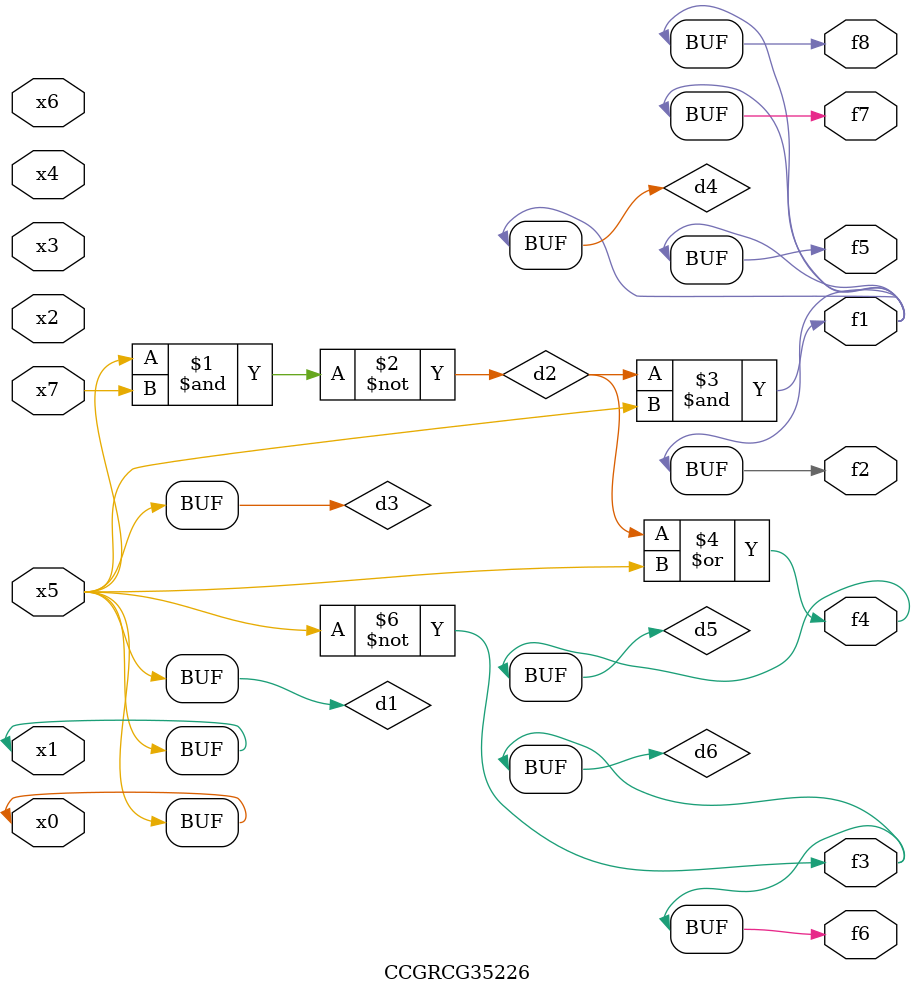
<source format=v>
module CCGRCG35226(
	input x0, x1, x2, x3, x4, x5, x6, x7,
	output f1, f2, f3, f4, f5, f6, f7, f8
);

	wire d1, d2, d3, d4, d5, d6;

	buf (d1, x0, x5);
	nand (d2, x5, x7);
	buf (d3, x0, x1);
	and (d4, d2, d3);
	or (d5, d2, d3);
	nor (d6, d1, d3);
	assign f1 = d4;
	assign f2 = d4;
	assign f3 = d6;
	assign f4 = d5;
	assign f5 = d4;
	assign f6 = d6;
	assign f7 = d4;
	assign f8 = d4;
endmodule

</source>
